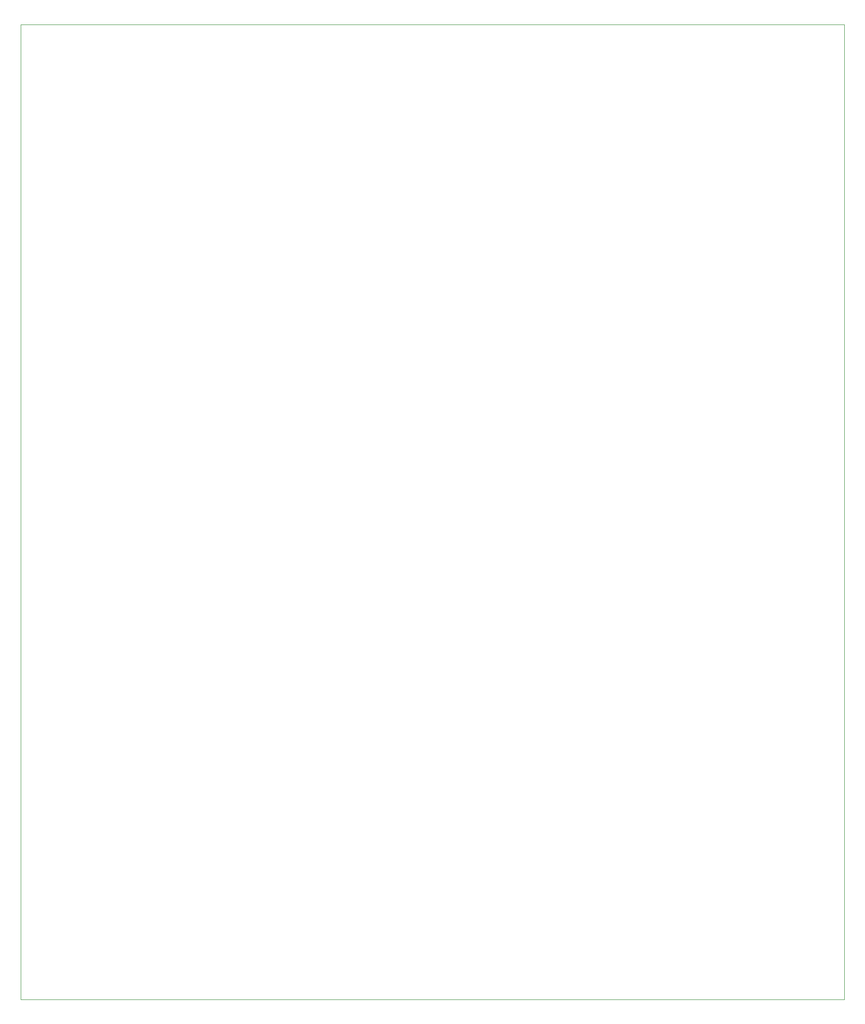
<source format=gm1>
%TF.GenerationSoftware,KiCad,Pcbnew,9.0.6*%
%TF.CreationDate,2025-12-25T18:10:41+01:00*%
%TF.ProjectId,DMH_VCEG_PCB_1_Mk1_1,444d485f-5643-4454-975f-5043425f315f,1*%
%TF.SameCoordinates,Original*%
%TF.FileFunction,Profile,NP*%
%FSLAX46Y46*%
G04 Gerber Fmt 4.6, Leading zero omitted, Abs format (unit mm)*
G04 Created by KiCad (PCBNEW 9.0.6) date 2025-12-25 18:10:41*
%MOMM*%
%LPD*%
G01*
G04 APERTURE LIST*
%TA.AperFunction,Profile*%
%ADD10C,0.050000*%
%TD*%
G04 APERTURE END LIST*
D10*
X26000000Y-42500000D02*
X174000000Y-42500000D01*
X174000000Y-217500000D01*
X26000000Y-217500000D01*
X26000000Y-42500000D01*
M02*

</source>
